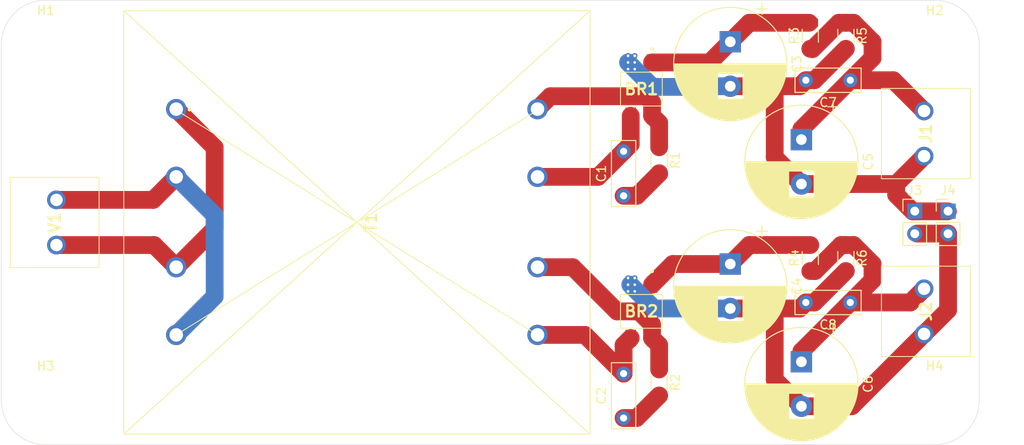
<source format=kicad_pcb>
(kicad_pcb (version 20240108) (generator "pcbnew") (generator_version "8.0")
  (layers (0 "F.Cu" signal) (31 "B.Cu" signal) (34 "B.Paste" user) (35 "F.Paste" user) (36 "B.SilkS" user "B.Silkscreen") (37 "F.SilkS" user "F.Silkscreen") (38 "B.Mask" user) (39 "F.Mask" user) (44 "Edge.Cuts" user))
  (net 0 "")
  (net 1 "Net-(BR1-~{_1})")
  (net 2 "Net-(BR1-+)")
  (net 3 "gnd_1")
  (net 4 "Net-(BR1-~{_2})")
  (net 5 "Net-(BR2-+)")
  (net 6 "gnd_2")
  (net 7 "Net-(BR2-~{_2})")
  (net 8 "Net-(BR2-~{_1})")
  (net 9 "plus_1")
  (net 10 "plus_2")
  (net 11 "Net-(T1-Pad1)")
  (net 12 "Net-(T1-Pad2)")
  (net 13 "Net-(C1-Pad1)")
  (net 14 "Net-(C2-Pad1)")
  (footprint "Resistor_SMD:R_1206_3216Metric" (layer "F.Cu") (at 149 88 -90)
    (property "Reference" "R2" (at 0 -1.82 90) (layer "F.SilkS"))
    (property "Value" "100r")
    (pad "1" smd roundrect (at -1.4625 0 270) (size 1.125 1.75) (layers "F.Cu" "F.Paste" "F.Mask") (roundrect_rratio 0.222222) (net 8 "Net-(BR2-~{_1})"))
    (pad "2" smd roundrect (at 1.4625 0 270) (size 1.125 1.75) (layers "F.Cu" "F.Paste" "F.Mask") (roundrect_rratio 0.222222) (net 14 "Net-(C2-Pad1)"))
  )
  (footprint "MountingHole:MountingHole_3.2mm_M3_ISO7380" (layer "F.Cu") (at 180 90)
    (property "Reference" "H4" (at 0 -3.85 0) (layer "F.SilkS"))
    (property "Value" "MountingHole")
    (pad "" np_thru_hole circle (at 0 0) (size 3.2 3.2) (drill 3.2) (layers "*.Cu" "*.Mask"))
  )
  (footprint "MountingHole:MountingHole_3.2mm_M3_ISO7380" (layer "F.Cu") (at 80 90)
    (property "Reference" "H3" (at 0 -3.85 0) (layer "F.SilkS"))
    (property "Value" "MountingHole")
    (pad "" np_thru_hole circle (at 0 0) (size 3.2 3.2) (drill 3.2) (layers "*.Cu" "*.Mask"))
  )
  (footprint "Samacsys:395443002" (layer "F.Cu") (at 178.8 57.46 -90)
    (property "Reference" "J1" (at 2.54 -0.2 90) (layer "F.SilkS") (effects (font (size 1.27 1.27) (thickness 0.254))))
    (property "Value" "Screw_Terminal_01x02" (hide yes))
    (pad "1" thru_hole circle (at 0 0 270) (size 2.1 2.1) (drill 1.4) (layers "*.Cu" "*.Mask") (net 9 "plus_1"))
    (pad "2" thru_hole circle (at 5.08 0 270) (size 2.1 2.1) (drill 1.4) (layers "*.Cu" "*.Mask") (net 3 "gnd_1"))
  )
  (footprint "Resistor_SMD:R_1206_3216Metric" (layer "F.Cu") (at 149 63 -90)
    (property "Reference" "R1" (at 0 -1.82 90) (layer "F.SilkS"))
    (property "Value" "100r")
    (pad "1" smd roundrect (at -1.4625 0 270) (size 1.125 1.75) (layers "F.Cu" "F.Paste" "F.Mask") (roundrect_rratio 0.222222) (net 1 "Net-(BR1-~{_1})"))
    (pad "2" smd roundrect (at 1.4625 0 270) (size 1.125 1.75) (layers "F.Cu" "F.Paste" "F.Mask") (roundrect_rratio 0.222222) (net 13 "Net-(C1-Pad1)"))
  )
  (footprint "Samacsys:395443002" (layer "F.Cu") (at 178.8 77.46 -90)
    (property "Reference" "J2" (at 2.54 -0.2 90) (layer "F.SilkS") (effects (font (size 1.27 1.27) (thickness 0.254))))
    (property "Value" "Screw_Terminal_01x02" (hide yes))
    (pad "1" thru_hole circle (at 0 0 270) (size 2.1 2.1) (drill 1.4) (layers "*.Cu" "*.Mask") (net 10 "plus_2"))
    (pad "2" thru_hole circle (at 5.08 0 270) (size 2.1 2.1) (drill 1.4) (layers "*.Cu" "*.Mask") (net 6 "gnd_2"))
  )
  (footprint "Capacitor_THT:CP_Radial_D12.5mm_P5.00mm" (layer "F.Cu") (at 165 60.676041 -90)
    (property "Reference" "C5" (at 2.5 -7.5 90) (layer "F.SilkS"))
    (property "Value" "2200uf")
    (pad "1" thru_hole rect (at 0 0 270) (size 2.4 2.4) (drill 1.2) (layers "*.Cu" "*.Mask") (net 9 "plus_1"))
    (pad "2" thru_hole circle (at 5 0 270) (size 2.4 2.4) (drill 1.2) (layers "*.Cu" "*.Mask") (net 3 "gnd_1"))
  )
  (footprint "Resistor_SMD:R_1206_3216Metric" (layer "F.Cu") (at 166 49 90)
    (property "Reference" "R3" (at 0 -1.82 90) (layer "F.SilkS"))
    (property "Value" "1r")
    (pad "1" smd roundrect (at -1.4625 0 90) (size 1.125 1.75) (layers "F.Cu" "F.Paste" "F.Mask") (roundrect_rratio 0.222222) (net 9 "plus_1"))
    (pad "2" smd roundrect (at 1.4625 0 90) (size 1.125 1.75) (layers "F.Cu" "F.Paste" "F.Mask") (roundrect_rratio 0.222222) (net 2 "Net-(BR1-+)"))
  )
  (footprint "Resistor_SMD:R_1206_3216Metric" (layer "F.Cu") (at 166 74 90)
    (property "Reference" "R4" (at 0 -1.82 90) (layer "F.SilkS"))
    (property "Value" "1r")
    (pad "1" smd roundrect (at -1.4625 0 90) (size 1.125 1.75) (layers "F.Cu" "F.Paste" "F.Mask") (roundrect_rratio 0.222222) (net 10 "plus_2"))
    (pad "2" smd roundrect (at 1.4625 0 90) (size 1.125 1.75) (layers "F.Cu" "F.Paste" "F.Mask") (roundrect_rratio 0.222222) (net 5 "Net-(BR2-+)"))
  )
  (footprint "Capacitor_THT:CP_Radial_D12.5mm_P5.00mm" (layer "F.Cu") (at 165 85.676041 -90)
    (property "Reference" "C6" (at 2.5 -7.5 90) (layer "F.SilkS"))
    (property "Value" "2200uf")
    (pad "1" thru_hole rect (at 0 0 270) (size 2.4 2.4) (drill 1.2) (layers "*.Cu" "*.Mask") (net 10 "plus_2"))
    (pad "2" thru_hole circle (at 5 0 270) (size 2.4 2.4) (drill 1.2) (layers "*.Cu" "*.Mask") (net 6 "gnd_2"))
  )
  (footprint "Samacsys:CDBHM140LG" (layer "F.Cu") (at 147 80)
    (property "Reference" "BR2" (at 0 0 0) (layer "F.SilkS") (effects (font (size 1.27 1.27) (thickness 0.254))))
    (property "Value" "CDBHM140L-G" (hide yes))
    (pad "1" smd rect (at 1.2 -3) (size 1.2 1.84) (layers "F.Cu" "F.Paste" "F.Mask") (net 5 "Net-(BR2-+)"))
    (pad "2" smd rect (at 1.2 3) (size 1.2 1.84) (layers "F.Cu" "F.Paste" "F.Mask") (net 8 "Net-(BR2-~{_1})"))
    (pad "3" smd rect (at -1.2 -3) (size 1.2 1.84) (layers "F.Cu" "F.Paste" "F.Mask") (net 6 "gnd_2"))
    (pad "4" smd rect (at -1.2 3) (size 1.2 1.84) (layers "F.Cu" "F.Paste" "F.Mask") (net 7 "Net-(BR2-~{_2})"))
  )
  (footprint "Capacitor_THT:C_Rect_L7.2mm_W2.5mm_P5.00mm_FKS2_FKP2_MKS2_MKP2" (layer "F.Cu") (at 145 67 90)
    (property "Reference" "C1" (at 2.5 -2.5 90) (layer "F.SilkS"))
    (property "Value" "100n")
    (pad "1" thru_hole circle (at 0 0 90) (size 1.6 1.6) (drill 0.8) (layers "*.Cu" "*.Mask") (net 13 "Net-(C1-Pad1)"))
    (pad "2" thru_hole circle (at 5 0 90) (size 1.6 1.6) (drill 0.8) (layers "*.Cu" "*.Mask") (net 4 "Net-(BR1-~{_2})"))
  )
  (footprint "Connector_PinHeader_2.54mm:PinHeader_1x02_P2.54mm_Vertical" (layer "F.Cu") (at 181.5 68.725)
    (property "Reference" "J4" (at 0 -2.33 0) (layer "F.SilkS"))
    (property "Value" "Screw_Terminal_01x02")
    (pad "1" thru_hole rect (at 0 0) (size 1.7 1.7) (drill 1) (layers "*.Cu" "*.Mask") (net 3 "gnd_1"))
    (pad "2" thru_hole oval (at 0 2.54) (size 1.7 1.7) (drill 1) (layers "*.Cu" "*.Mask") (net 6 "gnd_2"))
  )
  (footprint "Samacsys:FS28420" (layer "F.Cu") (at 115 70 -90)
    (property "Reference" "T1" (at 0 -1.5621 90) (layer "F.SilkS") (effects (font (size 1.27 1.27) (thickness 0.254))))
    (property "Value" "FS28-420" (hide yes))
    (pad "1" thru_hole circle (at -12.75 20.326 270) (size 2.286 2.286) (drill 1.524) (layers "*.Cu" "*.Mask") (net 11 "Net-(T1-Pad1)"))
    (pad "2" thru_hole circle (at -5.13 20.326 270) (size 2.286 2.286) (drill 1.524) (layers "*.Cu" "*.Mask") (net 12 "Net-(T1-Pad2)"))
    (pad "3" thru_hole circle (at 5.03 20.326 270) (size 2.286 2.286) (drill 1.524) (layers "*.Cu" "*.Mask") (net 11 "Net-(T1-Pad1)"))
    (pad "4" thru_hole circle (at 12.65 20.326 270) (size 2.286 2.286) (drill 1.524) (layers "*.Cu" "*.Mask") (net 12 "Net-(T1-Pad2)"))
    (pad "5" thru_hole circle (at 12.65 -20.314 270) (size 2.286 2.286) (drill 1.524) (layers "*.Cu" "*.Mask") (net 7 "Net-(BR2-~{_2})"))
    (pad "6" thru_hole circle (at 5.03 -20.314 270) (size 2.286 2.286) (drill 1.524) (layers "*.Cu" "*.Mask") (net 8 "Net-(BR2-~{_1})"))
    (pad "7" thru_hole circle (at -5.13 -20.314 270) (size 2.286 2.286) (drill 1.524) (layers "*.Cu" "*.Mask") (net 4 "Net-(BR1-~{_2})"))
    (pad "8" thru_hole circle (at -12.75 -20.314 270) (size 2.286 2.286) (drill 1.524) (layers "*.Cu" "*.Mask") (net 1 "Net-(BR1-~{_1})"))
  )
  (footprint "Capacitor_THT:CP_Radial_D12.5mm_P5.00mm" (layer "F.Cu") (at 157 49.676041 -90)
    (property "Reference" "C3" (at 2.5 -7.5 90) (layer "F.SilkS"))
    (property "Value" "2200uf")
    (pad "1" thru_hole rect (at 0 0 270) (size 2.4 2.4) (drill 1.2) (layers "*.Cu" "*.Mask") (net 2 "Net-(BR1-+)"))
    (pad "2" thru_hole circle (at 5 0 270) (size 2.4 2.4) (drill 1.2) (layers "*.Cu" "*.Mask") (net 3 "gnd_1"))
  )
  (footprint "Capacitor_THT:CP_Radial_D12.5mm_P5.00mm" (layer "F.Cu") (at 157 74.676041 -90)
    (property "Reference" "C4" (at 2.5 -7.5 90) (layer "F.SilkS"))
    (property "Value" "2200uf")
    (pad "1" thru_hole rect (at 0 0 270) (size 2.4 2.4) (drill 1.2) (layers "*.Cu" "*.Mask") (net 5 "Net-(BR2-+)"))
    (pad "2" thru_hole circle (at 5 0 270) (size 2.4 2.4) (drill 1.2) (layers "*.Cu" "*.Mask") (net 6 "gnd_2"))
  )
  (footprint "Capacitor_THT:C_Rect_L7.2mm_W2.5mm_P5.00mm_FKS2_FKP2_MKS2_MKP2" (layer "F.Cu") (at 170.5 79 180)
    (property "Reference" "C8" (at 2.5 -2.5 0) (layer "F.SilkS"))
    (property "Value" "100n")
    (pad "1" thru_hole circle (at 0 0 180) (size 1.6 1.6) (drill 0.8) (layers "*.Cu" "*.Mask") (net 10 "plus_2"))
    (pad "2" thru_hole circle (at 5 0 180) (size 1.6 1.6) (drill 0.8) (layers "*.Cu" "*.Mask") (net 6 "gnd_2"))
  )
  (footprint "Connector_PinHeader_2.54mm:PinHeader_1x02_P2.54mm_Vertical" (layer "F.Cu") (at 177.75 68.725)
    (property "Reference" "J3" (at 0 -2.33 0) (layer "F.SilkS"))
    (property "Value" "Screw_Terminal_01x02")
    (pad "1" thru_hole rect (at 0 0) (size 1.7 1.7) (drill 1) (layers "*.Cu" "*.Mask") (net 3 "gnd_1"))
    (pad "2" thru_hole oval (at 0 2.54) (size 1.7 1.7) (drill 1) (layers "*.Cu" "*.Mask") (net 6 "gnd_2"))
  )
  (footprint "MountingHole:MountingHole_3.2mm_M3_ISO7380" (layer "F.Cu") (at 180 50)
    (property "Reference" "H2" (at 0 -3.85 0) (layer "F.SilkS"))
    (property "Value" "MountingHole")
    (pad "" np_thru_hole circle (at 0 0) (size 3.2 3.2) (drill 3.2) (layers "*.Cu" "*.Mask"))
  )
  (footprint "Capacitor_THT:C_Rect_L7.2mm_W2.5mm_P5.00mm_FKS2_FKP2_MKS2_MKP2" (layer "F.Cu") (at 170.5 54 180)
    (property "Reference" "C7" (at 2.5 -2.5 0) (layer "F.SilkS"))
    (property "Value" "100n")
    (pad "1" thru_hole circle (at 0 0 180) (size 1.6 1.6) (drill 0.8) (layers "*.Cu" "*.Mask") (net 9 "plus_1"))
    (pad "2" thru_hole circle (at 5 0 180) (size 1.6 1.6) (drill 0.8) (layers "*.Cu" "*.Mask") (net 3 "gnd_1"))
  )
  (footprint "Samacsys:CDBHM140LG" (layer "F.Cu") (at 147 55)
    (property "Reference" "BR1" (at 0 0 0) (layer "F.SilkS") (effects (font (size 1.27 1.27) (thickness 0.254))))
    (property "Value" "CDBHM140L-G" (hide yes))
    (pad "1" smd rect (at 1.2 -3) (size 1.2 1.84) (layers "F.Cu" "F.Paste" "F.Mask") (net 2 "Net-(BR1-+)"))
    (pad "2" smd rect (at 1.2 3) (size 1.2 1.84) (layers "F.Cu" "F.Paste" "F.Mask") (net 1 "Net-(BR1-~{_1})"))
    (pad "3" smd rect (at -1.2 -3) (size 1.2 1.84) (layers "F.Cu" "F.Paste" "F.Mask") (net 3 "gnd_1"))
    (pad "4" smd rect (at -1.2 3) (size 1.2 1.84) (layers "F.Cu" "F.Paste" "F.Mask") (net 4 "Net-(BR1-~{_2})"))
  )
  (footprint "Capacitor_THT:C_Rect_L7.2mm_W2.5mm_P5.00mm_FKS2_FKP2_MKS2_MKP2" (layer "F.Cu") (at 145 92 90)
    (property "Reference" "C2" (at 2.5 -2.5 90) (layer "F.SilkS"))
    (property "Value" "100n")
    (pad "1" thru_hole circle (at 0 0 90) (size 1.6 1.6) (drill 0.8) (layers "*.Cu" "*.Mask") (net 14 "Net-(C2-Pad1)"))
    (pad "2" thru_hole circle (at 5 0 90) (size 1.6 1.6) (drill 0.8) (layers "*.Cu" "*.Mask") (net 7 "Net-(BR2-~{_2})"))
  )
  (footprint "Samacsys:395443002" (layer "F.Cu") (at 81.2 72.54 90)
    (property "Reference" "V1" (at 2.54 -0.2 90) (layer "F.SilkS") (effects (font (size 1.27 1.27) (thickness 0.254))))
    (property "Value" "VPULSE" (hide yes))
    (pad "1" thru_hole circle (at 0 0 90) (size 2.1 2.1) (drill 1.4) (layers "*.Cu" "*.Mask") (net 11 "Net-(T1-Pad1)"))
    (pad "2" thru_hole circle (at 5.08 0 90) (size 2.1 2.1) (drill 1.4) (layers "*.Cu" "*.Mask") (net 12 "Net-(T1-Pad2)"))
  )
  (footprint "Resistor_SMD:R_1206_3216Metric" (layer "F.Cu") (at 170 49 -90)
    (property "Reference" "R5" (at 0 -1.82 90) (layer "F.SilkS"))
    (property "Value" "10k")
    (pad "1" smd roundrect (at -1.4625 0 270) (size 1.125 1.75) (layers "F.Cu" "F.Paste" "F.Mask") (roundrect_rratio 0.222222) (net 9 "plus_1"))
    (pad "2" smd roundrect (at 1.4625 0 270) (size 1.125 1.75) (layers "F.Cu" "F.Paste" "F.Mask") (roundrect_rratio 0.222222) (net 3 "gnd_1"))
  )
  (footprint "MountingHole:MountingHole_3.2mm_M3_ISO7380" (layer "F.Cu") (at 80 50)
    (property "Reference" "H1" (at 0 -3.85 0) (layer "F.SilkS"))
    (property "Value" "MountingHole")
    (pad "" np_thru_hole circle (at 0 0) (size 3.2 3.2) (drill 3.2) (layers "*.Cu" "*.Mask"))
  )
  (footprint "Resistor_SMD:R_1206_3216Metric" (layer "F.Cu") (at 170 74 -90)
    (property "Reference" "R6" (at 0 -1.82 90) (layer "F.SilkS"))
    (property "Value" "10k")
    (pad "1" smd roundrect (at -1.4625 0 270) (size 1.125 1.75) (layers "F.Cu" "F.Paste" "F.Mask") (roundrect_rratio 0.222222) (net 10 "plus_2"))
    (pad "2" smd roundrect (at 1.4625 0 270) (size 1.125 1.75) (layers "F.Cu" "F.Paste" "F.Mask") (roundrect_rratio 0.222222) (net 6 "gnd_2"))
  )
  (gr_line (start 180 45) (end 80 45) (stroke (width 0.05)) (layer "Edge.Cuts"))
  (gr_arc (start 75 50) (mid 76.464466 46.464466) (end 80 45) (stroke (width 0.05)) (layer "Edge.Cuts"))
  (gr_line (start 185 90) (end 185 50) (stroke (width 0.05)) (layer "Edge.Cuts"))
  (gr_arc (start 185 90) (mid 183.535534 93.535534) (end 180 95) (stroke (width 0.05)) (layer "Edge.Cuts"))
  (gr_line (start 75 50) (end 75 90) (stroke (width 0.05)) (layer "Edge.Cuts"))
  (gr_line (start 80 95) (end 180 95) (stroke (width 0.05)) (layer "Edge.Cuts"))
  (gr_arc (start 80 95) (mid 76.464466 93.535534) (end 75 90) (stroke (width 0.05)) (layer "Edge.Cuts"))
  (gr_arc (start 180 45) (mid 183.535534 46.464466) (end 185 50) (stroke (width 0.05)) (layer "Edge.Cuts"))
  (segment (start 149 61.5375) (end 149 58.8) (width 2) (layer "F.Cu") (net 1))
  (segment (start 147.52 55.8) (end 136.764 55.8) (width 2) (layer "F.Cu") (net 1))
  (segment (start 148.2 58) (end 148.2 56.48) (width 2) (layer "F.Cu") (net 1))
  (segment (start 149 58.8) (end 148.2 58) (width 2) (layer "F.Cu") (net 1))
  (segment (start 136.764 55.8) (end 135.314 57.25) (width 2) (layer "F.Cu") (net 1))
  (segment (start 148.2 56.48) (end 147.52 55.8) (width 2) (layer "F.Cu") (net 1))
  (segment (start 157 49.676041) (end 159.138541 47.5375) (width 2) (layer "F.Cu") (net 2))
  (segment (start 159.138541 47.5375) (end 165.875 47.5375) (width 2) (layer "F.Cu") (net 2))
  (segment (start 154.676041 52) (end 157 49.676041) (width 2) (layer "F.Cu") (net 2))
  (segment (start 148.2 52) (end 154.676041 52) (width 2) (layer "F.Cu") (net 2))
  (segment (start 175.663959 65.676041) (end 176.67 64.67) (width 2) (layer "F.Cu") (net 3))
  (segment (start 165 65.676041) (end 175.663959 65.676041) (width 2) (layer "F.Cu") (net 3))
  (segment (start 162 62.676041) (end 165 65.676041) (width 2) (layer "F.Cu") (net 3))
  (segment (start 175.663959 66.888959) (end 177.525 68.75) (width 2) (layer "F.Cu") (net 3))
  (segment (start 166.4625 54) (end 165.5 54) (width 2) (layer "F.Cu") (net 3))
  (segment (start 175.663959 65.676041) (end 175.663959 66.888959) (width 2) (layer "F.Cu") (net 3))
  (segment (start 164.823959 54.676041) (end 165.5 54) (width 2) (layer "F.Cu") (net 3))
  (segment (start 177.525 68.75) (end 181.475 68.75) (width 2) (layer "F.Cu") (net 3))
  (segment (start 170 50.4625) (end 166.4625 54) (width 2) (layer "F.Cu") (net 3))
  (segment (start 157 54.676041) (end 164.823959 54.676041) (width 2) (layer "F.Cu") (net 3))
  (segment (start 162 55.276041) (end 162 62.676041) (width 2) (layer "F.Cu") (net 3))
  (segment (start 162.6 54.676041) (end 162 55.276041) (width 2) (layer "F.Cu") (net 3))
  (segment (start 176.67 64.67) (end 178.8 62.54) (width 2) (layer "F.Cu") (net 3))
  (via (at 145.5 52) (size 0.6) (drill 0.3) (layers "F.Cu" "B.Cu") (net 3))
  (via (at 146.25 52) (size 0.6) (drill 0.3) (layers "F.Cu" "B.Cu") (net 3))
  (via (at 146.25 51.25) (size 0.6) (drill 0.3) (layers "F.Cu" "B.Cu") (net 3))
  (via (at 145.5 52.75) (size 0.6) (drill 0.3) (layers "F.Cu" "B.Cu") (net 3))
  (via (at 146.25 52.75) (size 0.6) (drill 0.3) (layers "F.Cu" "B.Cu") (net 3))
  (via (at 145.5 51.25) (size 0.6) (drill 0.3) (layers "F.Cu" "B.Cu") (net 3))
  (segment (start 152.5 54.75) (end 152.573959 54.676041) (width 2) (layer "B.Cu") (net 3))
  (segment (start 152.573959 54.676041) (end 157 54.676041) (width 2) (layer "B.Cu") (net 3))
  (segment (start 145.5 52) (end 148.25 54.75) (width 2) (layer "B.Cu") (net 3))
  (segment (start 148.25 54.75) (end 152.5 54.75) (width 2) (layer "B.Cu") (net 3))
  (segment (start 142.13 64.87) (end 145 62) (width 2) (layer "F.Cu") (net 4))
  (segment (start 145.8 61.2) (end 145 62) (width 2) (layer "F.Cu") (net 4))
  (segment (start 135.314 64.87) (end 142.13 64.87) (width 2) (layer "F.Cu") (net 4))
  (segment (start 145.8 58) (end 145.8 61.2) (width 2) (layer "F.Cu") (net 4))
  (segment (start 159.138541 72.5375) (end 157 74.676041) (width 2) (layer "F.Cu") (net 5))
  (segment (start 166 72.5375) (end 159.138541 72.5375) (width 2) (layer "F.Cu") (net 5))
  (segment (start 157 74.676041) (end 150.523959 74.676041) (width 2) (layer "F.Cu") (net 5))
  (segment (start 150.523959 74.676041) (end 148.2 77) (width 2) (layer "F.Cu") (net 5))
  (segment (start 166.4625 79) (end 170 75.4625) (width 2) (layer "F.Cu") (net 6))
  (segment (start 181.5 79.84) (end 181.5 71.25) (width 2) (layer "F.Cu") (net 6))
  (segment (start 165 90.676041) (end 162 87.676041) (width 2) (layer "F.Cu") (net 6))
  (segment (start 178.8 82.54) (end 181.5 79.84) (width 2) (layer "F.Cu") (net 6))
  (segment (start 162 87.676041) (end 162 79.676041) (width 2) (layer "F.Cu") (net 6))
  (segment (start 165.5 79) (end 166.4625 79) (width 2) (layer "F.Cu") (net 6))
  (segment (start 164.823959 79.676041) (end 165.5 79) (width 2) (layer "F.Cu") (net 6))
  (segment (start 162 79.676041) (end 164.823959 79.676041) (width 2) (layer "F.Cu") (net 6))
  (segment (start 170.663959 90.676041) (end 178.8 82.54) (width 2) (layer "F.Cu") (net 6))
  (segment (start 157 79.676041) (end 162 79.676041) (width 2) (layer "F.Cu") (net 6))
  (segment (start 165 90.676041) (end 170.663959 90.676041) (width 2) (layer "F.Cu") (net 6))
  (segment (start 181.5 71.25) (end 178.015 71.25) (width 2) (layer "F.Cu") (net 6))
  (via (at 145.5 77) (size 0.6) (drill 0.3) (layers "F.Cu" "B.Cu") (net 6))
  (via (at 145.5 77.75) (size 0.6) (drill 0.3) (layers "F.Cu" "B.Cu") (net 6))
  (via (at 146.25 76.25) (size 0.6) (drill 0.3) (layers "F.Cu" "B.Cu") (net 6))
  (via (at 146.25 77) (size 0.6) (drill 0.3) (layers "F.Cu" "B.Cu") (net 6))
  (via (at 145.5 76.25) (size 0.6) (drill 0.3) (layers "F.Cu" "B.Cu") (net 6))
  (via (at 146.25 77.75) (size 0.6) (drill 0.3) (layers "F.Cu" "B.Cu") (net 6))
  (segment (start 148.426041 79.676041) (end 145.75 77) (width 2) (layer "B.Cu") (net 6))
  (segment (start 157 79.676041) (end 148.426041 79.676041) (width 2) (layer "B.Cu") (net 6))
  (segment (start 140.65 82.65) (end 145 87) (width 2) (layer "F.Cu") (net 7))
  (segment (start 145 87) (end 145 83.8) (width 2) (layer "F.Cu") (net 7))
  (segment (start 135.314 82.65) (end 140.65 82.65) (width 2) (layer "F.Cu") (net 7))
  (segment (start 145 83.8) (end 145.8 83) (width 2) (layer "F.Cu") (net 7))
  (segment (start 148.2 83) (end 148.2 81.48) (width 2) (layer "F.Cu") (net 8))
  (segment (start 149 83.8) (end 148.2 83) (width 2) (layer "F.Cu") (net 8))
  (segment (start 149 86.5375) (end 149 83.8) (width 2) (layer "F.Cu") (net 8))
  (segment (start 144.25 80) (end 139.28 75.03) (width 2) (layer "F.Cu") (net 8))
  (segment (start 139.28 75.03) (end 135.314 75.03) (width 2) (layer "F.Cu") (net 8))
  (segment (start 146.72 80) (end 144.25 80) (width 2) (layer "F.Cu") (net 8))
  (segment (start 148.2 81.48) (end 146.72 80) (width 2) (layer "F.Cu") (net 8))
  (segment (start 166.245038 50.504962) (end 169.2125 47.5375) (width 2) (layer "F.Cu") (net 9))
  (segment (start 170.875 47.5375) (end 173 49.6625) (width 2) (layer "F.Cu") (net 9))
  (segment (start 170 47.5375) (end 170.875 47.5375) (width 2) (layer "F.Cu") (net 9))
  (segment (start 165 59.5) (end 170.5 54) (width 2) (layer "F.Cu") (net 9))
  (segment (start 165 60.676041) (end 165 59.5) (width 2) (layer "F.Cu") (net 9))
  (segment (start 169.2125 47.5375) (end 170 47.5375) (width 2) (layer "F.Cu") (net 9))
  (segment (start 170.5 54) (end 175.34 54) (width 2) (layer "F.Cu") (net 9))
  (segment (start 173 51.5) (end 170.5 54) (width 2) (layer "F.Cu") (net 9))
  (segment (start 175.34 54) (end 178.8 57.46) (width 2) (layer "F.Cu") (net 9))
  (segment (start 173 49.6625) (end 173 51.5) (width 2) (layer "F.Cu") (net 9))
  (segment (start 166 50.4625) (end 166.070038 50.4625) (width 2) (layer "F.Cu") (net 9))
  (segment (start 165 84.5) (end 165 85.676041) (width 2) (layer "F.Cu") (net 10))
  (segment (start 177.26 79) (end 170.5 79) (width 2) (layer "F.Cu") (net 10))
  (segment (start 170 72.5375) (end 170.875 72.5375) (width 2) (layer "F.Cu") (net 10))
  (segment (start 166.5375 75.4625) (end 169.4625 72.5375) (width 2) (layer "F.Cu") (net 10))
  (segment (start 170.5 79) (end 165 84.5) (width 2) (layer "F.Cu") (net 10))
  (segment (start 173 76.5) (end 170.5 79) (width 2) (layer "F.Cu") (net 10))
  (segment (start 173 74.6625) (end 173 76.5) (width 2) (layer "F.Cu") (net 10))
  (segment (start 170.875 72.5375) (end 173 74.6625) (width 2) (layer "F.Cu") (net 10))
  (segment (start 166 75.4625) (end 166.5375 75.4625) (width 2) (layer "F.Cu") (net 10))
  (segment (start 169.4625 72.5375) (end 170 72.5375) (width 2) (layer "F.Cu") (net 10))
  (segment (start 178.8 77.46) (end 177.26 79) (width 2) (layer "F.Cu") (net 10))
  (segment (start 92.184 72.54) (end 94.674 75.03) (width 2) (layer "F.Cu") (net 11))
  (segment (start 99 61.576) (end 94.674 57.25) (width 2) (layer "F.Cu") (net 11))
  (segment (start 99 70.704) (end 99 61.576) (width 2) (layer "F.Cu") (net 11))
  (segment (start 94.674 75.03) (end 99 70.704) (width 2) (layer "F.Cu") (net 11))
  (segment (start 81.2 72.54) (end 92.184 72.54) (width 2) (layer "F.Cu") (net 11))
  (segment (start 92.084 67.46) (end 94.674 64.87) (width 2) (layer "F.Cu") (net 12))
  (segment (start 81.2 67.46) (end 92.084 67.46) (width 2) (layer "F.Cu") (net 12))
  (segment (start 99 69.196) (end 99 78.324) (width 2) (layer "B.Cu") (net 12))
  (segment (start 94.674 64.87) (end 99 69.196) (width 2) (layer "B.Cu") (net 12))
  (segment (start 99 78.324) (end 94.674 82.65) (width 2) (layer "B.Cu") (net 12))
  (segment (start 149 64.4625) (end 149 64.5) (width 2) (layer "F.Cu") (net 13))
  (segment (start 149 64.5) (end 146.5 67) (width 2) (layer "F.Cu") (net 13))
  (segment (start 146.5 67) (end 145 67) (width 2) (layer "F.Cu") (net 13))
  (segment (start 145 92) (end 146.4625 92) (width 2) (layer "F.Cu") (net 14))
  (segment (start 146.4625 92) (end 149 89.4625) (width 2) (layer "F.Cu") (net 14))
)
</source>
